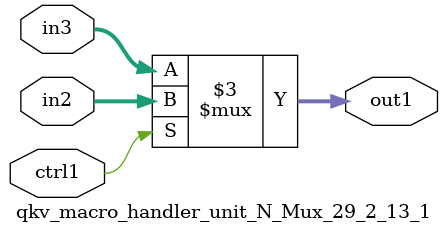
<source format=v>

`timescale 1ps / 1ps


module qkv_macro_handler_unit_N_Mux_29_2_13_1( in3, in2, ctrl1, out1 );

    input [28:0] in3;
    input [28:0] in2;
    input ctrl1;
    output [28:0] out1;
    reg [28:0] out1;

    
    // rtl_process:qkv_macro_handler_unit_N_Mux_29_2_13_1/qkv_macro_handler_unit_N_Mux_29_2_13_1_thread_1
    always @*
      begin : qkv_macro_handler_unit_N_Mux_29_2_13_1_thread_1
        case (ctrl1) 
          1'b1: 
            begin
              out1 = in2;
            end
          default: 
            begin
              out1 = in3;
            end
        endcase
      end

endmodule





</source>
